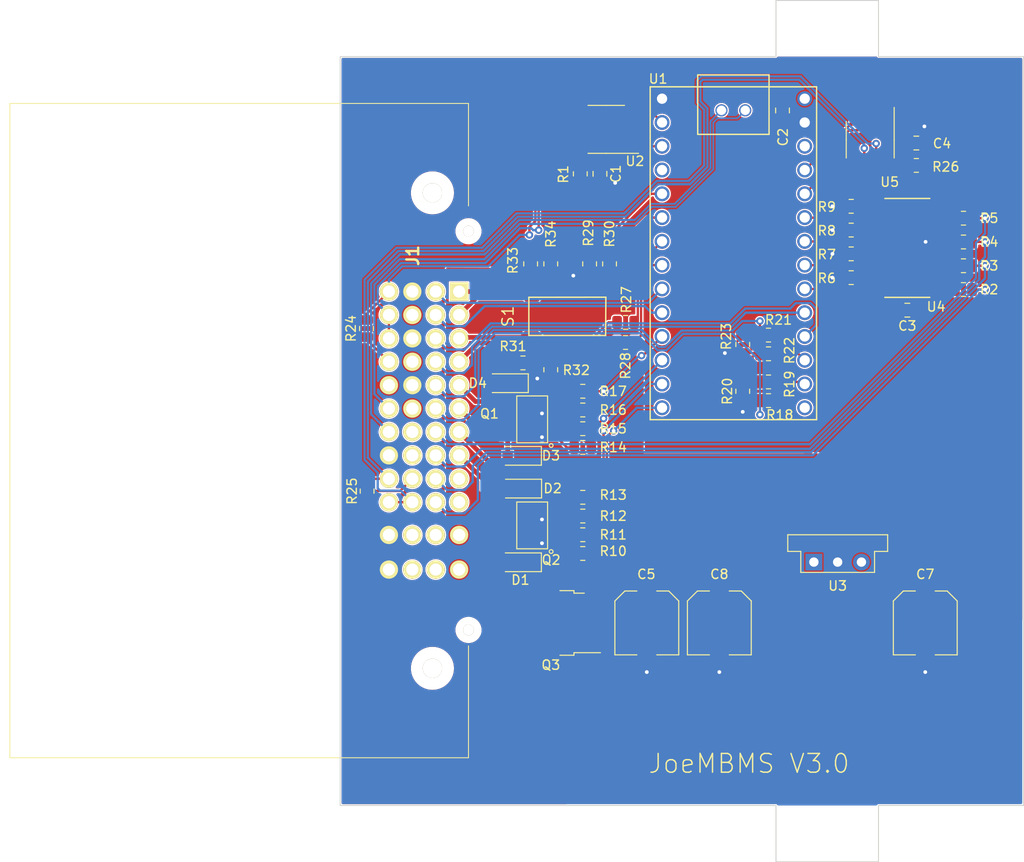
<source format=kicad_pcb>
(kicad_pcb (version 20211014) (generator pcbnew)
  (layers (0 "F.Cu" signal) (31 "B.Cu" signal) (34 "B.Paste" user) (35 "F.Paste" user) (36 "B.SilkS" user "B.Silkscreen") (37 "F.SilkS" user "F.Silkscreen") (38 "B.Mask" user) (39 "F.Mask" user) (44 "Edge.Cuts" user))
  (net 0 "")
  (net 1 "GND")
  (net 2 "+12V")
  (net 3 "Net-(R1-Pad2)")
  (net 4 "Net-(R2-Pad2)")
  (net 5 "Net-(R3-Pad2)")
  (net 6 "Net-(R4-Pad2)")
  (net 7 "Net-(R5-Pad2)")
  (net 8 "Teensy_IN2")
  (net 9 "Teensy_IN1")
  (net 10 "Teensy_IN3")
  (net 11 "Teensy_IN4")
  (net 12 "Teensy_OUT8")
  (net 13 "Teensy_OUT7")
  (net 14 "Teensy_OUT5")
  (net 15 "Teensy_OUT6")
  (net 16 "Teensy_ASEN2")
  (net 17 "Net-(R19-Pad1)")
  (net 18 "Teensy_ASEN1")
  (net 19 "Net-(R22-Pad1)")
  (net 20 "Teensy_OUT1")
  (net 21 "Teensy_OUT4")
  (net 22 "Teensy_OUT2")
  (net 23 "Teensy_OUT3")
  (net 36 "J1_12V")
  (net 37 "J1_IN4")
  (net 38 "J1_IN3")
  (net 39 "J1_IN2")
  (net 40 "J1_OUT8")
  (net 41 "J1_IN1")
  (net 42 "J1_OUT7")
  (net 43 "J1_OUT6")
  (net 44 "J1_OUT5")
  (net 45 "J1_ASEN2")
  (net 46 "J1_OUT4")
  (net 47 "J1_ASEN1")
  (net 48 "J1_OUT3")
  (net 49 "J1_OUT2")
  (net 50 "J1_OUT1")
  (net 51 "Net-(Q1-Pad4)")
  (net 52 "Net-(Q1-Pad2)")
  (net 53 "Net-(Q2-Pad4)")
  (net 54 "Net-(Q2-Pad2)")
  (net 57 "Teensy_D+")
  (net 58 "Teensy_D-")
  (net 59 "+5V")
  (net 60 "Teensy_Serial_BMS_RX")
  (net 61 "Teensy_Serial_BMS_TX")
  (net 62 "Teensy_CAN2_RX")
  (net 63 "Teensy_CAN2_TX")
  (net 65 "Teensy_CAN1_RX")
  (net 66 "Teensy_Serial_RX")
  (net 67 "Teensy_Serial_TX")
  (net 68 "Teensy_CAN1_TX")
  (net 70 "J1_CAN2_L")
  (net 71 "J1_CAN2_H")
  (net 72 "J1_CAN2_T2")
  (net 73 "J1_CAN1_T2")
  (net 74 "J1_CAN1_L")
  (net 75 "Net-(R26-Pad2)")
  (net 77 "J1_CAN1_H")
  (net 78 "Net-(R27-Pad2)")
  (net 79 "Net-(R28-Pad2)")
  (net 80 "Net-(R29-Pad1)")
  (net 81 "Net-(R30-Pad1)")
  (footprint "Capacitor_SMD:C_Elec_6.3x7.7" (layer "F.Cu") (at 132.75 110.5 -90)
    (fp_text reference "C5")
    (fp_text value "100uF")
  )
  (footprint "Resistor_SMD:R_0805_2012Metric" (layer "F.Cu") (at 154.5842 73.6113 180)
    (fp_text reference "R6")
    (fp_text value "10k")
  )
  (footprint "Resistor_SMD:R_0805_2012Metric" (layer "F.Cu") (at 145.75 86.75 180)
    (fp_text reference "R18")
    (fp_text value "10k")
  )
  (footprint "TLP2934:TLP293-4" (layer "F.Cu") (at 160.5842 70.4363 180)
    (fp_text reference "U4")
    (fp_text value "IS281-4 " hide)
  )
  (footprint "Converter_DCDC:Converter_DCDC_muRata_OKI-78SR_Vertical" (layer "F.Cu") (at 150.6 104)
    (fp_text reference "U3")
    (fp_text value "DCDC 5V")
  )
  (footprint "Resistor_SMD:R_0805_2012Metric" (layer "F.Cu") (at 154.5842 71.0713 180)
    (fp_text reference "R7")
    (fp_text value "10k")
  )
  (footprint "Package_TO_SOT_SMD:TO-252-2" (layer "F.Cu") (at 122.5 110.5 180)
    (fp_text reference "Q3")
    (fp_text value "P-Chanel Mosfet")
  )
  (footprint "Resistor_SMD:R_0805_2012Metric" (layer "F.Cu") (at 154.5842 65.9913 180)
    (fp_text reference "R9")
    (fp_text value "10k")
  )
  (footprint "Resistor_SMD:R_0805_2012Metric" (layer "F.Cu") (at 125.9125 103.08 180)
    (fp_text reference "R10")
    (fp_text value "10k")
  )
  (footprint "Resistor_SMD:R_0805_2012Metric" (layer "F.Cu") (at 166.5842 72.3413 180)
    (fp_text reference "R3")
    (fp_text value "4.7k")
  )
  (footprint "JoeMBMS:SO-8_IRF956" (layer "F.Cu") (at 120.5 100.08 180)
    (fp_text reference "Q2")
    (fp_text value "BSO615NG")
  )
  (footprint "Resistor_SMD:R_0805_2012Metric" (layer "F.Cu") (at 166.5842 74.8813 180)
    (fp_text reference "R2")
    (fp_text value "4.7k")
  )
  (footprint "Resistor_SMD:R_0805_2012Metric" (layer "F.Cu") (at 102.8 79.05 90)
    (fp_text reference "R24")
    (fp_text value "120")
  )
  (footprint "Capacitor_SMD:C_Elec_6.3x7.7" (layer "F.Cu") (at 140.5 110.5 -90)
    (fp_text reference "C8")
    (fp_text value "100uF")
  )
  (footprint "Capacitor_SMD:C_0805_2012Metric" (layer "F.Cu") (at 147.25 55.75 90)
    (fp_text reference "C2")
    (fp_text value "10uF")
  )
  (footprint "Resistor_SMD:R_0805_2012Metric" (layer "F.Cu") (at 166.5842 67.2613 180)
    (fp_text reference "R5")
    (fp_text value "4.7k")
  )
  (footprint "Capacitor_SMD:C_0805_2012Metric" (layer "F.Cu") (at 160.5842 77.0863 180)
    (fp_text reference "C3")
    (fp_text value "10uF")
  )
  (footprint "Resistor_SMD:R_0805_2012Metric" (layer "F.Cu") (at 125.9125 101.08 180)
    (fp_text reference "R11")
    (fp_text value "220")
  )
  (footprint "Resistor_SMD:R_0805_2012Metric" (layer "F.Cu") (at 125.9125 97.08 180)
    (fp_text reference "R13")
    (fp_text value "220")
  )
  (footprint "Resistor_SMD:R_0805_2012Metric" (layer "F.Cu") (at 154.5842 68.5313 180)
    (fp_text reference "R8")
    (fp_text value "10k")
  )
  (footprint "Resistor_SMD:R_0805_2012Metric" (layer "F.Cu") (at 143 85.75 90)
    (fp_text reference "R20")
    (fp_text value "10k")
  )
  (footprint "Resistor_SMD:R_0805_2012Metric" (layer "F.Cu") (at 125.9125 99.08 180)
    (fp_text reference "R12")
    (fp_text value "10k")
  )
  (footprint "Resistor_SMD:R_0805_2012Metric" (layer "F.Cu") (at 143 80.75 -90)
    (fp_text reference "R23")
    (fp_text value "10k")
  )
  (footprint "Resistor_SMD:R_0805_2012Metric" (layer "F.Cu") (at 125.645 62.52 90)
    (fp_text reference "R1")
    (fp_text value "10k")
  )
  (footprint "Capacitor_SMD:C_Elec_6.3x7.7" (layer "F.Cu") (at 162.5 110.5 -90)
    (fp_text reference "C7")
    (fp_text value "100uF")
  )
  (footprint "Molex_5007620481:5007620481" (layer "F.Cu") (at 112.7 75.1 -90)
    (fp_text reference "J1")
    (fp_text value "5007620481" hide)
  )
  (footprint "Resistor_SMD:R_0805_2012Metric" (layer "F.Cu") (at 166.5842 69.8013 180)
    (fp_text reference "R4")
    (fp_text value "4.7k")
  )
  (footprint "Resistor_SMD:R_0805_2012Metric" (layer "F.Cu") (at 145.75 79.75 180)
    (fp_text reference "R21")
    (fp_text value "10k")
  )
  (footprint "Resistor_SMD:R_0805_2012Metric" (layer "F.Cu") (at 145.75 81.75)
    (fp_text reference "R22")
    (fp_text value "10k")
  )
  (footprint "Resistor_SMD:R_0805_2012Metric" (layer "F.Cu") (at 125.9125 89.75 180)
    (fp_text reference "R15")
    (fp_text value "220")
  )
  (footprint "JoeMBMS:SO-8_IRF956" (layer "F.Cu") (at 120.5 88.75 180)
    (fp_text reference "Q1")
    (fp_text value "BSO615NG")
  )
  (footprint "Resistor_SMD:R_0805_2012Metric" (layer "F.Cu") (at 125.9125 91.75 180)
    (fp_text reference "R14")
    (fp_text value "10k")
  )
  (footprint "Resistor_SMD:R_0805_2012Metric" (layer "F.Cu") (at 125.9125 85.75 180)
    (fp_text reference "R17")
    (fp_text value "220")
  )
  (footprint "Resistor_SMD:R_0805_2012Metric" (layer "F.Cu") (at 125.9125 87.75 180)
    (fp_text reference "R16")
    (fp_text value "10k")
  )
  (footprint "KiCAD_Libs-master:PG-DSO-14-40_EP" (layer "F.Cu") (at 124.25 77.75)
    (fp_text reference "S1")
    (fp_text value "BTS5200-4")
  )
  (footprint "Capacitor_SMD:C_0805_2012Metric" (layer "F.Cu") (at 127.745 62.52 90)
    (fp_text reference "C1")
    (fp_text value "100nF")
  )
  (footprint "Resistor_SMD:R_0805_2012Metric" (layer "F.Cu") (at 145.75 84.75)
    (fp_text reference "R19")
    (fp_text value "10k")
  )
  (footprint "Resistor_SMD:R_0805_2012Metric" (layer "F.Cu") (at 102.87 96.4184 90)
    (fp_text reference "R25")
    (fp_text value "120")
  )
  (footprint "Package_SO:SOIC-8_3.9x4.9mm_P1.27mm" (layer "F.Cu") (at 156.6164 58.8772 -90)
    (fp_text reference "U5")
    (fp_text value "SN65HVD251")
  )
  (footprint "teensy:Teensy40_JoeMBMS" (layer "F.Cu") (at 142 71.005 -90)
    (fp_text reference "U1")
    (fp_text value "Teensy4.0" hide)
  )
  (footprint "Resistor_SMD:R_0805_2012Metric" (layer "F.Cu") (at 128.77 72.14 90)
    (fp_text reference "R30")
    (fp_text value "10k")
  )
  (footprint "Diode_SMD:D_SOD-123F" (layer "F.Cu") (at 119.2875 104.02 180)
    (fp_text reference "D1")
    (fp_text value "DIODE")
  )
  (footprint "Resistor_SMD:R_0805_2012Metric" (layer "F.Cu") (at 122.49 83.45 90)
    (fp_text reference "R32")
    (fp_text value "47k")
  )
  (footprint "Diode_SMD:D_SOD-123F" (layer "F.Cu") (at 119.2875 92.65 180)
    (fp_text reference "D3")
    (fp_text value "DIODE")
  )
  (footprint "Resistor_SMD:R_0805_2012Metric" (layer "F.Cu") (at 161.544 61.6204 180)
    (fp_text reference "R26")
    (fp_text value "10k")
  )
  (footprint "Capacitor_SMD:C_0805_2012Metric" (layer "F.Cu") (at 161.544 59.2328 180)
    (fp_text reference "C4")
    (fp_text value "100nF")
  )
  (footprint "Resistor_SMD:R_0805_2012Metric" (layer "F.Cu") (at 126.64 72.14 90)
    (fp_text reference "R29")
    (fp_text value "10k")
  )
  (footprint "Package_SO:SOIC-8_3.9x4.9mm_P1.27mm" (layer "F.Cu") (at 128.42 57.77 180)
    (fp_text reference "U2")
    (fp_text value "SN65HVD251")
  )
  (footprint "Resistor_SMD:R_0805_2012Metric" (layer "F.Cu") (at 119.52 82.72)
    (fp_text reference "R31")
    (fp_text value "47k")
  )
  (footprint "Resistor_SMD:R_0805_2012Metric" (layer "F.Cu") (at 120.34 72.14 90)
    (fp_text reference "R33")
    (fp_text value "47k")
  )
  (footprint "Diode_SMD:D_SOD-123F" (layer "F.Cu") (at 117.89 84.89 180)
    (fp_text reference "D4")
    (fp_text value "DIODE")
  )
  (footprint "Resistor_SMD:R_0805_2012Metric" (layer "F.Cu") (at 122.49 72.14 90)
    (fp_text reference "R34")
    (fp_text value "47k")
  )
  (footprint "Diode_SMD:D_SOD-123F" (layer "F.Cu") (at 119.3075 96.15 180)
    (fp_text reference "D2")
    (fp_text value "DIODE")
  )
  (footprint "Resistor_SMD:R_0805_2012Metric" (layer "F.Cu") (at 130.48 80.54 180)
    (fp_text reference "R28")
    (fp_text value "10k")
  )
  (footprint "Resistor_SMD:R_0805_2012Metric" (layer "F.Cu") (at 130.49 78.39 180)
    (fp_text reference "R27")
    (fp_text value "10k")
  )
  (gr_line (start 173 50) (end 173 130) (layer "Edge.Cuts") (width 0.1))
  (gr_line (start 173 130) (end 157.5 130) (layer "Edge.Cuts") (width 0.1))
  (gr_line (start 146.55 50) (end 146.55 44) (layer "Edge.Cuts") (width 0.1))
  (gr_line (start 146.55 44) (end 157.5 44) (layer "Edge.Cuts") (width 0.1))
  (gr_line (start 157.5 44) (end 157.5 50) (layer "Edge.Cuts") (width 0.1))
  (gr_line (start 157.5 50) (end 173 50) (layer "Edge.Cuts") (width 0.1))
  (gr_line (start 146.55 50) (end 146.55 50) (layer "Edge.Cuts") (width 0.1))
  (gr_line (start 146.55 130) (end 100 130) (layer "Edge.Cuts") (width 0.1))
  (gr_line (start 157.5 136) (end 146.55 136) (layer "Edge.Cuts") (width 0.1))
  (gr_line (start 157.5 136) (end 157.5 130) (layer "Edge.Cuts") (width 0.1))
  (gr_line (start 146.55 136) (end 146.55 130) (layer "Edge.Cuts") (width 0.1))
  (gr_line (start 100 130) (end 100 50) (layer "Edge.Cuts") (width 0.1))
  (gr_line (start 100 50) (end 146.55 50) (layer "Edge.Cuts") (width 0.1))
  (gr_text "JoeMBMS V3.0" (at 143.675 125.525) (layer "F.SilkS") (effects (font (size 2 2))))
  (segment (start 125.52 74.02) (end 124.9 73.4) (width 0.25) (layer "F.Cu") (net 1))
  (segment (start 124.25 74.905) (end 124.25 74.05) (width 0.25) (layer "F.Cu") (net 1))
  (segment (start 162.7692 71.0713) (end 162.7692 70.0213) (width 0.25) (layer "F.Cu") (net 1))
  (segment (start 125 91.75) (end 124.205 91.75) (width 0.25) (layer "F.Cu") (net 1))
  (segment (start 163.734199 65.9913) (end 163.595897 65.9913) (width 0.25) (layer "F.Cu") (net 1))
  (segment (start 129.37 63.49) (end 129.37 58.86) (width 0.25) (layer "F.Cu") (net 1))
  (segment (start 123.11 90.655) (end 121.55 90.655) (width 0.5) (layer "F.Cu") (net 1))
  (segment (start 129.825 58.405) (end 130.895 58.405) (width 0.25) (layer "F.Cu") (net 1))
  (segment (start 162.4209 57.4681) (end 162.4076 57.4548) (width 0.25) (layer "F.Cu") (net 1))
  (segment (start 162.912298 68.506301) (end 162.887299 68.5313) (width 0.25) (layer "F.Cu") (net 1))
  (segment (start 141.1675 81.67) (end 143 79.8375) (width 0.25) (layer "F.Cu") (net 1))
  (segment (start 121.05 84.39) (end 120.52 84.39) (width 0.25) (layer "F.Cu") (net 1))
  (segment (start 163.734199 68.5313) (end 162.887299 68.5313) (width 0.25) (layer "F.Cu") (net 1))
  (segment (start 163.734199 73.6113) (end 163.595897 73.6113) (width 0.25) (layer "F.Cu") (net 1))
  (segment (start 163.734199 71.0713) (end 162.7692 71.0713) (width 0.25) (layer "F.Cu") (net 1))
  (segment (start 162.887299 69.433201) (end 162.5342 69.7863) (width 0.25) (layer "F.Cu") (net 1))
  (segment (start 163.595897 73.6113) (end 162.7692 72.784603) (width 0.25) (layer "F.Cu") (net 1))
  (segment (start 149.62 57.03) (end 147.58 57.03) (width 0.25) (layer "F.Cu") (net 1))
  (segment (start 122.7275 71.2275) (end 124.9 73.4) (width 0.25) (layer "F.Cu") (net 1))
  (segment (start 124.635 88.115) (end 125 87.75) (width 0.25) (layer "F.Cu") (net 1))
  (segment (start 147.58 57.03) (end 147.25 56.7) (width 0.25) (layer "F.Cu") (net 1))
  (segment (start 152.5842 73.6113) (end 153.6717 73.6113) (width 0.25) (layer "F.Cu") (net 1))
  (segment (start 162.7692 70.0213) (end 162.5342 69.7863) (width 0.25) (layer "F.Cu") (net 1))
  (segment (start 157.2514 55.3974) (end 157.2514 56.4022) (width 0.25) (layer "F.Cu") (net 1))
  (segment (start 122.49 71.2275) (end 122.7275 71.2275) (width 0.25) (layer "F.Cu") (net 1))
  (segment (start 157.4466 55.2022) (end 157.2514 55.3974) (width 0.25) (layer "F.Cu") (net 1))
  (segment (start 162.912298 66.674899) (end 162.912298 67.847701) (width 0.25) (layer "F.Cu") (net 1))
  (segment (start 127.745 63.47) (end 129.35 63.47) (width 0.25) (layer "F.Cu") (net 1))
  (segment (start 123.905 101.985) (end 125 103.08) (width 0.25) (layer "F.Cu") (net 1))
  (segment (start 125.52 74.905) (end 125.52 74.02) (width 0.25) (layer "F.Cu") (net 1))
  (segment (start 152.5842 71.0713) (end 153.6717 71.0713) (width 0.25) (layer "F.Cu") (net 1))
  (segment (start 160.155 55.2022) (end 157.4466 55.2022) (width 0.25) (layer "F.Cu") (net 1))
  (segment (start 124.25 74.05) (end 124.9 73.4) (width 0.25) (layer "F.Cu") (net 1))
  (segment (start 162.912298 67.847701) (end 162.912298 68.506301) (width 0.25) (layer "F.Cu") (net 1))
  (segment (start 143 87.95) (end 143 86.6625) (width 0.25) (layer "F.Cu") (net 1))
  (segment (start 123.11 101.985) (end 121.55 101.985) (width 0.5) (layer "F.Cu") (net 1))
  (segment (start 123.11 88.115) (end 121.55 88.115) (width 0.5) (layer "F.Cu") (net 1))
  (segment (start 141.09 81.67) (end 141.1675 81.67) (width 0.25) (layer "F.Cu") (net 1))
  (segment (start 124.635 99.445) (end 125 99.08) (width 0.25) (layer "F.Cu") (net 1))
  (segment (start 120.34 71.2275) (end 122.49 71.2275) (width 0.25) (layer "F.Cu") (net 1))
  (segment (start 163.595897 65.9913) (end 162.912298 66.674899) (width 0.25) (layer "F.Cu") (net 1))
  (segment (start 162.4076 57.4548) (end 160.155 55.2022) (width 0.25) (layer "F.Cu") (net 1))
  (segment (start 152.5842 68.5313) (end 153.6717 68.5313) (width 0.25) (layer "F.Cu") (net 1))
  (segment (start 121.05 84.39) (end 122.4625 84.39) (width 0.25) (layer "F.Cu") (net 1))
  (segment (start 123.11 101.985) (end 123.905 101.985) (width 0.25) (layer "F.Cu") (net 1))
  (segment (start 162.4584 61.60165) (end 162.4584 59.30235) (width 0.25) (layer "F.Cu") (net 1))
  (segment (start 162.7692 72.784603) (end 162.7692 71.0713) (width 0.25) (layer "F.Cu") (net 1))
  (segment (start 122.4625 84.39) (end 122.49 84.3625) (width 0.25) (layer "F.Cu") (net 1))
  (segment (start 123.11 99.445) (end 121.55 99.445) (width 0.5) (layer "F.Cu") (net 1))
  (segment (start 120.52 84.39) (end 118.85 82.72) (width 0.25) (layer "F.Cu") (net 1))
  (segment (start 161.5342 75.672997) (end 161.5342 77.0863) (width 0.25) (layer "F.Cu") (net 1))
  (segment (start 123.11 88.115) (end 124.635 88.115) (width 0.25) (layer "F.Cu") (net 1))
  (segment (start 123.11 99.445) (end 124.635 99.445) (width 0.25) (layer "F.Cu") (net 1))
  (segment (start 162.4209 59.26485) (end 162.4209 57.4681) (width 0.25) (layer "F.Cu") (net 1))
  (segment (start 127.7075 63.4325) (end 127.745 63.47) (width 0.25) (layer "F.Cu") (net 1))
  (segment (start 129.35 63.47) (end 129.37 63.49) (width 0.25) (layer "F.Cu") (net 1))
  (segment (start 162.4584 59.30235) (end 162.4209 59.26485) (width 0.25) (layer "F.Cu") (net 1))
  (segment (start 125.645 63.4325) (end 127.7075 63.4325) (width 0.25) (layer "F.Cu") (net 1))
  (segment (start 129.37 58.86) (end 129.825 58.405) (width 0.25) (layer "F.Cu") (net 1))
  (segment (start 152.5842 65.9913) (end 153.6717 65.9913) (width 0.25) (layer "F.Cu") (net 1))
  (segment (start 124.205 91.75) (end 123.11 90.655) (width 0.25) (layer "F.Cu") (net 1))
  (segment (start 162.887299 68.5313) (end 162.887299 69.433201) (width 0.25) (layer "F.Cu") (net 1))
  (segment (start 163.595897 73.6113) (end 161.5342 75.672997) (width 0.25) (layer "F.Cu") (net 1))
  (segment (start 118.85 82.72) (end 118.6075 82.72) (width 0.25) (layer "F.Cu") (net 1))
  (via (at 162.5 115.75) (size 0.8) (drill 0.4) (layers "F.Cu" "B.Cu") (net 1))
  (via (at 143 87.95) (size 0.8) (drill 0.4) (layers "F.Cu" "B.Cu") (net 1))
  (via (at 121.55 88.115) (size 0.8) (drill 0.4) (layers "F.Cu" "B.Cu") (net 1))
  (via (at 132.75 115.75) (size 0.8) (drill 0.4) (layers "F.Cu" "B.Cu") (net 1))
  (via (at 129.37 63.49) (size 0.8) (drill 0.4) (layers "F.Cu" "B.Cu") (net 1))
  (via (at 141.09 81.67) (size 0.8) (drill 0.4) (layers "F.Cu" "B.Cu") (net 1))
  (via (at 152.5842 71.0713) (size 0.8) (drill 0.4) (layers "F.Cu" "B.Cu") (net 1))
  (via (at 152.5842 73.6113) (size 0.8) (drill 0.4) (layers "F.Cu" "B.Cu") (net 1))
  (via (at 140.5 115.75) (size 0.8) (drill 0.4) (layers "F.Cu" "B.Cu") (net 1))
  (via (at 152.5842 65.9913) (size 0.8) (drill 0.4) (layers "F.Cu" "B.Cu") (net 1))
  (via (at 121.05 84.39) (size 0.8) (drill 0.4) (layers "F.Cu" "B.Cu") (net 1))
  (via (at 121.55 90.655) (size 0.8) (drill 0.4) (layers "F.Cu" "B.Cu") (net 1))
  (via (at 162.5342 69.7863) (size 0.8) (drill 0.4) (layers "F.Cu" "B.Cu") (net 1))
  (via (at 162.4076 57.4548) (size 0.8) (drill 0.4) (layers "F.Cu" "B.Cu") (net 1))
  (via (at 124.9 73.4) (size 0.8) (drill 0.4) (layers "F.Cu" "B.Cu") (net 1))
  (via (at 152.5842 68.5313) (size 0.8) (drill 0.4) (layers "F.Cu" "B.Cu") (net 1))
  (via (at 121.55 99.445) (size 0.8) (drill 0.4) (layers "F.Cu" "B.Cu") (net 1))
  (via (at 121.55 101.985) (size 0.8) (drill 0.4) (layers "F.Cu" "B.Cu") (net 1))
  (segment (start 125.645 61.6075) (end 125.645 59.975) (width 0.25) (layer "F.Cu") (net 3))
  (segment (start 125.645 59.975) (end 125.945 59.675) (width 0.25) (layer "F.Cu") (net 3))
  (segment (start 163.734199 74.8813) (end 165.6717 74.8813) (width 0.25) (layer "F.Cu") (net 4))
  (segment (start 163.734199 72.3413) (end 165.6717 72.3413) (width 0.25) (layer "F.Cu") (net 5))
  (segment (start 163.734199 69.8013) (end 165.6717 69.8013) (width 0.25) (layer "F.Cu") (net 6))
  (segment (start 163.734199 67.2613) (end 165.6717 67.2613) (width 0.25) (layer "F.Cu") (net 7))
  (segment (start 154.2817 74.8263) (end 155.4967 73.6113) (width 0.25) (layer "F.Cu") (net 8))
  (segment (start 149.7042 74.8263) (end 154.2817 74.8263) (width 0.25) (layer "F.Cu") (net 8))
  (segment (start 155.4967 73.6113) (end 157.434201 73.6113) (width 0.25) (layer "F.Cu") (net 8))
  (segment (start 155.4967 71.0713) (end 157.434201 71.0713) (width 0.25) (layer "F.Cu") (net 9))
  (segment (start 154.2817 72.2863) (end 155.4967 71.0713) (width 0.25) (layer "F.Cu") (net 9))
  (segment (start 149.7042 72.2863) (end 154.2817 72.2863) (width 0.25) (layer "F.Cu") (net 9))
  (segment (start 154.2817 69.7463) (end 155.4967 68.5313) (width 0.25) (layer "F.Cu") (net 10))
  (segment (start 149.7042 69.7463) (end 154.2817 69.7463) (width 0.25) (layer "F.Cu") (net 10))
  (segment (start 155.4967 68.5313) (end 157.434201 68.5313) (width 0.25) (layer "F.Cu") (net 10))
  (segment (start 149.7042 67.2063) (end 154.2817 67.2063) (width 0.25) (layer "F.Cu") (net 11))
  (segment (start 155.4967 65.9913) (end 157.434201 65.9913) (width 0.25) (layer "F.Cu") (net 11))
  (segment (start 154.2817 67.2063) (end 155.4967 65.9913) (width 0.25) (layer "F.Cu") (net 11))
  (segment (start 132.335 81.94) (end 134.38 79.895) (width 0.25) (layer "F.Cu") (net 12))
  (segment (start 132.19 81.94) (end 132.335 81.94) (width 0.25) (layer "F.Cu") (net 12))
  (segment (start 126.825 85.75) (end 128.13 85.75) (width 0.25) (layer "F.Cu") (net 12))
  (via (at 132.19 81.94) (size 0.8) (drill 0.4) (layers "F.Cu" "B.Cu") (net 12))
  (via (at 128.13 85.75) (size 0.8) (drill 0.4) (layers "F.Cu" "B.Cu") (net 12))
  (segment (start 131.94 81.94) (end 128.13 85.75) (width 0.25) (layer "B.Cu") (net 12))
  (segment (start 132.19 81.94) (end 131.94 81.94) (width 0.25) (layer "B.Cu") (net 12))
  (segment (start 126.825 89.75) (end 127.04 89.75) (width 0.25) (layer "F.Cu") (net 13))
  (segment (start 127.04 89.75) (end 128.13 88.66) (width 0.25) (layer "F.Cu") (net 13))
  (via (at 128.13 88.66) (size 0.8) (drill 0.4) (layers "F.Cu" "B.Cu") (net 13))
  (segment (start 134.38 82.435) (end 128.155 88.66) (width 0.25) (layer "B.Cu") (net 13))
  (segment (start 128.155 88.66) (end 128.13 88.66) (width 0.25) (layer "B.Cu") (net 13))
  (segment (start 128.13 95.17) (end 126.825 96.475) (width 0.25) (layer "F.Cu") (net 14))
  (segment (start 128.13 89.98) (end 128.13 95.17) (width 0.25) (layer "F.Cu") (net 14))
  (segment (start 126.825 96.475) (end 126.825 97.08) (width 0.25) (layer "F.Cu") (net 14))
  (via (at 128.13 89.98) (size 0.8) (drill 0.4) (layers "F.Cu" "B.Cu") (net 14))
  (segment (start 133.135 84.975) (end 128.13 89.98) (width 0.25) (layer "B.Cu") (net 14))
  (segment (start 134.38 84.975) (end 133.135 84.975) (width 0.25) (layer "B.Cu") (net 14))
  (segment (start 129.21 89.98) (end 129.12 89.98) (width 0.25) (layer "F.Cu") (net 15))
  (segment (start 128.48 90.62) (end 128.48 95.314974) (width 0.25) (layer "F.Cu") (net 15))
  (segment (start 128.48 95.314974) (end 127.6096 96.185375) (width 0.25) (layer "F.Cu") (net 15))
  (segment (start 127.6096 100.3112) (end 126.8408 101.08) (width 0.25) (layer "F.Cu") (net 15))
  (segment (start 126.8408 101.08) (end 126.825 101.08) (width 0.25) (layer "F.Cu") (net 15))
  (segment (start 129.12 89.98) (end 128.48 90.62) (width 0.25) (layer "F.Cu") (net 15))
  (segment (start 127.6096 96.185375) (end 127.6096 100.3112) (width 0.25) (layer "F.Cu") (net 15))
  (via (at 129.21 89.98) (size 0.8) (drill 0.4) (layers "F.Cu" "B.Cu") (net 15))
  (segment (start 134.38 87.515) (end 131.675 87.515) (width 0.25) (layer "B.Cu") (net 15))
  (segment (start 131.675 87.515) (end 129.21 89.98) (width 0.25) (layer "B.Cu") (net 15))
  (segment (start 149.4 84.75) (end 149.62 84.97) (width 0.25) (layer "F.Cu") (net 16))
  (segment (start 146.6625 86.75) (end 146.6625 84.75) (width 0.25) (layer "F.Cu") (net 16))
  (segment (start 146.6625 84.75) (end 149.4 84.75) (width 0.25) (layer "F.Cu") (net 16))
  (segment (start 144.8375 84.75) (end 143.0875 84.75) (width 0.25) (layer "F.Cu") (net 17))
  (segment (start 143.0875 84.75) (end 143 84.8375) (width 0.25) (layer "F.Cu") (net 17))
  (segment (start 146.6625 81.75) (end 148.94 81.75) (width 0.25) (layer "F.Cu") (net 18))
  (segment (start 148.94 81.75) (end 149.62 82.43) (width 0.25) (layer "F.Cu") (net 18))
  (segment (start 146.6625 79.75) (end 146.6625 81.75) (width 0.25) (layer "F.Cu") (net 18))
  (segment (start 144.75 81.6625) (end 144.8375 81.75) (width 0.25) (layer "F.Cu") (net 19))
  (segment (start 143 81.6625) (end 144.75 81.6625) (width 0.25) (layer "F.Cu") (net 19))
  (segment (start 133.225 72.275) (end 134.38 72.275) (width 0.25) (layer "F.Cu") (net 20))
  (segment (start 131.3925 80.54) (end 132.14 79.7925) (width 0.25) (layer "F.Cu") (net 20))
  (segment (start 132.14 73.36) (end 133.225 72.275) (width 0.25) (layer "F.Cu") (net 20))
  (segment (start 132.14 79.7925) (end 132.14 73.36) (width 0.25) (layer "F.Cu") (net 20))
  (segment (start 133.2125 64.655) (end 134.38 64.655) (width 0.25) (layer "F.Cu") (net 21))
  (segment (start 126.64 71.2275) (end 133.2125 64.655) (width 0.25) (layer "F.Cu") (net 21))
  (segment (start 131.79 78.0025) (end 131.79 72.325) (width 0.25) (layer "F.Cu") (net 22))
  (segment (start 131.4025 78.39) (end 131.79 78.0025) (width 0.25) (layer "F.Cu") (net 22))
  (segment (start 131.79 72.325) (end 134.38 69.735) (width 0.25) (layer "F.Cu") (net 22))
  (segment (start 128.77 71.2275) (end 132.8025 67.195) (width 0.25) (layer "F.Cu") (net 23))
  (segment (start 132.8025 67.195) (end 134.38 67.195) (width 0.25) (layer "F.Cu") (net 23))
  (segment (start 167.4967 67.2613) (end 168.8842 67.2613) (width 0.25) (layer "F.Cu") (net 37))
  (via (at 168.8842 67.2613) (size 0.8) (drill 0.4) (layers "F.Cu" "B.Cu") (net 37))
  (segment (start 168.8842 68.9106) (end 167.9092 69.8856) (width 0.25) (layer "B.Cu") (net 37))
  (segment (start 150.180053 91.399999) (end 111.499999 91.399999) (width 0.25) (layer "B.Cu") (net 37))
  (segment (start 167.9092 73.670852) (end 150.180053 91.399999) (width 0.25) (layer "B.Cu") (net 37))
  (segment (start 167.9092 69.8856) (end 167.9092 73.670852) (width 0.25) (layer "B.Cu") (net 37))
  (segment (start 168.8842 67.2613) (end 168.8842 68.9106) (width 0.25) (layer "B.Cu") (net 37))
  (segment (start 111.499999 91.399999) (end 110.2 90.1) (width 0.25) (layer "B.Cu") (net 37))
  (segment (start 167.4967 69.8013) (end 168.8842 69.8013) (width 0.25) (layer "F.Cu") (net 38))
  (via (at 168.8842 69.8013) (size 0.8) (drill 0.4) (layers "F.Cu" "B.Cu") (net 38))
  (segment (start 168.8842 69.8013) (end 168.8842 71.3998) (width 0.25) (layer "B.Cu") (net 38))
  (segment (start 168.2592 73.815826) (end 150.175026 91.9) (width 0.25) (layer "B.Cu") (net 38))
  (segment (start 168.8842 71.3998) (end 168.2592 72.0248) (width 0.25) (layer "B.Cu") (net 38))
  (segment (start 115.1 91.9) (end 113.199999 93.800001) (width 0.25) (layer "B.Cu") (net 38))
  (segment (start 111.400001 93.800001) (end 110.2 92.6) (width 0.25) (layer "B.Cu") (net 38))
  (segment (start 150.175026 91.9) (end 115.1 91.9) (width 0.25) (layer "B.Cu") (net 38))
  (segment (start 168.2592 72.0248) (end 168.2592 73.815826) (width 0.25) (layer "B.Cu") (net 38))
  (segment (start 113.199999 93.800001) (end 111.400001 93.800001) (width 0.25) (layer "B.Cu") (net 38))
  (segment (start 167.4967 74.8813) (end 168.8842 74.8813) (width 0.25) (layer "F.Cu") (net 39))
  (via (at 168.8842 74.8813) (size 0.8) (drill 0.4) (layers "F.Cu" "B.Cu") (net 39))
  (segment (start 115.794968 92.60002) (end 150.49998 92.60002) (width 0.25) (layer "B.Cu") (net 39))
  (segment (start 114.7 93.694988) (end 115.794968 92.60002) (width 0.25) (layer "B.Cu") (net 39))
  (segment (start 110.2 97.6) (end 111.400001 98.800001) (width 0.25) (layer "B.Cu") (net 39))
  (segment (start 113.276001 98.800001) (end 114.7 97.376002) (width 0.25) (layer "B.Cu") (net 39))
  (segment (start 168.8842 74.8813) (end 168.2187 74.8813) (width 0.25) (layer "B.Cu") (net 39))
  (segment (start 168.2187 74.8813) (end 150.49998 92.60002) (width 0.25) (layer "B.Cu") (net 39))
  (segment (start 111.400001 98.800001) (end 113.276001 98.800001) (width 0.25) (layer "B.Cu") (net 39))
  (segment (start 114.7 97.376002) (end 114.7 93.694988) (width 0.25) (layer "B.Cu") (net 39))
  (segment (start 116.49 86.8) (end 116.535 86.845) (width 0.25) (layer "F.Cu") (net 40))
  (segment (start 116.49 84.89) (end 116.49 86.8) (width 0.5) (layer "F.Cu") (net 40))
  (segment (start 114.445 86.845) (end 112.7 85.1) (width 0.5) (layer "F.Cu") (net 40))
  (segment (start 114.445 86.845) (end 116.535 86.845) (width 0.5) (layer "F.Cu") (net 40))
  (segment (start 117.89 86.845) (end 117.89 88.115) (width 0.5) (layer "F.Cu") (net 40))
  (segment (start 116.535 86.845) (end 117.89 86.845) (width 0.5) (layer "F.Cu") (net 40))
  (segment (start 167.4967 72.3413) (end 168.8842 72.3413) (width 0.25) (layer "F.Cu") (net 41))
  (via (at 168.8842 72.3413) (size 0.8) (drill 0.4) (layers "F.Cu" "B.Cu") (net 41))
  (segment (start 149.65401 92.25001) (end 150.34999 92.25001) (width 0.25) (layer "B.Cu") (net 41))
  (segment (start 150.31999 92.25001) (end 149.65401 92.25001) (width 0.25) (layer "B.Cu") (net 41))
  (segment (start 114.15 95.426002) (end 114.15 93.75) (width 0.25) (layer "B.Cu") (net 41))
  (segment (start 114.15 93.75) (end 115.64999 92.25001) (width 0.25) (layer "B.Cu") (net 41))
  (segment (start 168.8842 72.3413) (end 168.8842 73.6858) (width 0.25) (layer "B.Cu") (net 41))
  (segment (start 168.8842 73.6858) (end 150.31999 92.25001) (width 0.25) (layer "B.Cu") (net 41))
  (segment (start 115.64999 92.25001) (end 149.65401 92.25001) (width 0.25) (layer "B.Cu") (net 41))
  (segment (start 110.2 95.1) (end 111.400001 96.300001) (width 0.25) (layer "B.Cu") (net 41))
  (segment (start 111.400001 96.300001) (end 113.276001 96.300001) (width 0.25) (layer "B.Cu") (net 41))
  (segment (start 113.276001 96.300001) (end 114.15 95.426002) (width 0.25) (layer "B.Cu") (net 41))
  (segment (start 117.89 89.385) (end 114.485 89.385) (width 0.5) (layer "F.Cu") (net 42))
  (segment (start 117.8875 92.65) (end 117.8875 90.6575) (width 0.5) (layer "F.Cu") (net 42))
  (segment (start 117.89 90.655) (end 117.89 89.385) (width 0.5) (layer "F.Cu") (net 42))
  (segment (start 114.485 89.385) (end 112.7 87.6) (width 0.5) (layer "F.Cu") (net 42))
  (segment (start 117.8875 90.6575) (end 117.89 90.655) (width 0.25) (layer "F.Cu") (net 42))
  (segment (start 116.635 100.715) (end 116.25 100.33) (width 0.5) (layer "F.Cu") (net 43))
  (segment (start 116.25 97.25) (end 116.25 100.33) (width 0.5) (layer "F.Cu") (net 43))
  (segment (start 117.8875 101.9875) (end 117.89 101.985) (width 0.25) (layer "F.Cu") (net 43))
  (segment (start 115.25 96.25) (end 116.25 97.25) (width 0.5) (layer "F.Cu") (net 43))
  (segment (start 117.8875 104.02) (end 117.8875 101.9875) (width 0.5) (layer "F.Cu") (net 43))
  (segment (start 117.89 100.715) (end 116.635 100.715) (width 0.5) (layer "F.Cu") (net 43))
  (segment (start 117.89 101.985) (end 117.89 100.715) (width 0.5) (layer "F.Cu") (net 43))
  (segment (start 115.25 95.15) (end 115.25 96.25) (width 0.5) (layer "F.Cu") (net 43))
  (segment (start 112.7 92.6) (end 115.25 95.15) (width 0.5) (layer "F.Cu") (net 43))
  (segment (start 117.89 95.29) (end 117.89 98.175) (width 0.5) (layer "F.Cu") (net 44))
  (segment (start 117.89 99.445) (end 117.89 98.175) (width 0.5) (layer "F.Cu") (net 44))
  (segment (start 117.37 94.77) (end 117.89 95.29) (width 0.5) (layer "F.Cu") (net 44))
  (segment (start 117.705 95.105) (end 117.89 95.29) (width 0.25) (layer "F.Cu") (net 44))
  (segment (start 117.37 94.77) (end 112.71 90.11) (width 0.5) (layer "F.Cu") (net 44))
  (segment (start 117.705 95.105) (end 117.37 94.77) (width 0.5) (layer "F.Cu") (net 44))
  (segment (start 144.8375 86.75) (end 144.8375 88.25) (width 0.25) (layer "F.Cu") (net 45))
  (via (at 144.8375 88.25) (size 0.8) (drill 0.4) (layers "F.Cu" "B.Cu") (net 45))
  (segment (start 116.510928 79.55001) (end 132.075036 79.55001) (width 0.25) (layer "B.Cu") (net 45))
  (segment (start 114.775 81.285938) (end 116.510928 79.55001) (width 0.25) (layer "B.Cu") (net 45))
  (segment (start 136.599543 79.62) (end 141.94 79.62) (width 0.25) (layer "B.Cu") (net 45))
  (segment (start 141.94 79.62) (end 144.8375 82.5175) (width 0.25) (layer "B.Cu") (net 45))
  (segment (start 114.775 87.222057) (end 114.775 81.285938) (width 0.25) (layer "B.Cu") (net 45))
  (segment (start 133.899595 81.374569) (end 134.844974 81.374569) (width 0.25) (layer "B.Cu") (net 45))
  (segment (start 110.2 87.6) (end 111.45 88.85) (width 0.25) (layer "B.Cu") (net 45))
  (segment (start 144.8375 82.5175) (end 144.8375 88.25) (width 0.25) (layer "B.Cu") (net 45))
  (segment (start 132.075036 79.55001) (end 133.899595 81.374569) (width 0.25) (layer "B.Cu") (net 45))
  (segment (start 134.844974 81.374569) (end 136.599543 79.62) (width 0.25) (layer "B.Cu") (net 45))
  (segment (start 111.45 88.85) (end 113.147057 88.85) (width 0.25) (layer "B.Cu") (net 45))
  (segment (start 113.147057 88.85) (end 114.775 87.222057) (width 0.25) (layer "B.Cu") (net 45))
  (segment (start 119.910001 75.910001) (end 119.70001 75.70001) (width 0.5) (layer "F.Cu") (net 46))
  (segment (start 119.70001 75.70001) (end 114.59999 75.70001) (width 0.5) (layer "F.Cu") (net 46))
  (segment (start 121.71 75.245002) (end 121.045001 75.910001) (width 0.5) (layer "F.Cu") (net 46))
  (segment (start 121.71 74.905) (end 121.71 75.245002) (width 0.5) (layer "F.Cu") (net 46))
  (segment (start 121.71 73.8325) (end 121.71 74.905) (width 0.25) (layer "F.Cu") (net 46))
  (segment (start 122.49 73.0525) (end 121.71 73.8325) (width 0.25) (layer "F.Cu") (net 46))
  (segment (start 121.045001 75.910001) (end 119.910001 75.910001) (width 0.5) (layer "F.Cu") (net 46))
  (segment (start 114.59999 75.70001) (end 112.7 77.6) (width 0.5) (layer "F.Cu") (net 46))
  (segment (start 144.8375 79.75) (end 144.8375 78.25) (width 0.25) (layer "F.Cu") (net 47))
  (via (at 144.8375 78.25) (size 0.8) (drill 0.4) (layers "F.Cu" "B.Cu") (net 47))
  (segment (start 134.7 81.024569) (end 134.044569 81.024569) (width 0.25) (layer "B.Cu") (net 47))
  (segment (start 114.425 85.072057) (end 113.197057 86.3) (width 0.25) (layer "B.Cu") (net 47))
  (segment (start 142.94 78.25) (end 141.92 79.27) (width 0.25) (layer "B.Cu") (net 47))
  (segment (start 111.4 86.3) (end 110.2 85.1) (width 0.25) (layer "B.Cu") (net 47))
  (segment (start 114.425 81.140964) (end 114.425 85.072057) (width 0.25) (layer "B.Cu") (net 47))
  (segment (start 134.044569 81.024569) (end 132.22001 79.20001) (width 0.25) (layer "B.Cu") (net 47))
  (segment (start 136.454569 79.27) (end 134.7 81.024569) (width 0.25) (layer "B.Cu") (net 47))
  (segment (start 144.8375 78.25) (end 142.94 78.25) (width 0.25) (layer "B.Cu") (net 47))
  (segment (start 113.197057 86.3) (end 111.4 86.3) (width 0.25) (layer "B.Cu") (net 47))
  (segment (start 141.92 79.27) (end 136.454569 79.27) (width 0.25) (layer "B.Cu") (net 47))
  (segment (start 132.22001 79.20001) (end 116.365954 79.20001) (width 0.25) (layer "B.Cu") (net 47))
  (segment (start 116.365954 79.20001) (end 114.425 81.140964) (width 0.25) (layer "B.Cu") (net 47))
  (segment (start 120.245 75.1) (end 120.44 74.905) (width 0.25) (layer "F.Cu") (net 48))
  (segment (start 112.7 75.1) (end 120.245 75.1) (width 0.5) (layer "F.Cu") (net 48))
  (segment (start 120.44 74.905) (end 120.44 73.1525) (width 0.25) (layer "F.Cu") (net 48))
  (segment (start 120.44 73.1525) (end 120.34 73.0525) (width 0.25) (layer "F.Cu") (net 48))
  (segment (start 121.71 80.595) (end 121.71 80.254998) (width 0.5) (layer "F.Cu") (net 49))
  (segment (start 119.810001 79.589999) (end 119.40501 79.99499) (width 0.5) (layer "F.Cu") (net 49))
  (segment (start 112.80501 79.99499) (end 112.7 80.1) (width 0.5) (layer "F.Cu") (net 49))
  (segment (start 121.71 81.7575) (end 121.71 80.595) (width 0.25) (layer "F.Cu") (net 49))
  (segment (start 119.40501 79.99499) (end 112.80501 79.99499) (width 0.5) (layer "F.Cu") (net 49))
  (segment (start 121.71 80.254998) (end 121.045001 79.589999) (width 0.5) (layer "F.Cu") (net 49))
  (segment (start 121.045001 79.589999) (end 119.810001 79.589999) (width 0.5) (layer "F.Cu") (net 49))
  (segment (start 122.49 82.5375) (end 121.71 81.7575) (width 0.25) (layer "F.Cu") (net 49))
  (segment (start 120.42 80.615) (end 120.44 80.595) (width 0.25) (layer "F.Cu") (net 50))
  (segment (start 120.42 82.5375) (end 120.42 80.615) (width 0.25) (layer "F.Cu") (net 50))
  (segment (start 120.44 80.595) (end 114.705 80.595) (width 0.5) (layer "F.Cu") (net 50))
  (segment (start 114.705 80.595) (end 112.7 82.6) (width 0.5) (layer "F.Cu") (net 50))
  (segment (start 123.905 86.845) (end 125 85.75) (width 0.25) (layer "F.Cu") (net 51))
  (segment (start 125 85.75) (end 125 85.925) (width 0.25) (layer "F.Cu") (net 51))
  (segment (start 125 85.925) (end 126.825 87.75) (width 0.25) (layer "F.Cu") (net 51))
  (segment (start 123.11 86.845) (end 123.905 86.845) (width 0.25) (layer "F.Cu") (net 51))
  (segment (start 125 89.75) (end 125 89.925) (width 0.25) (layer "F.Cu") (net 52))
  (segment (start 123.11 89.385) (end 124.635 89.385) (width 0.25) (layer "F.Cu") (net 52))
  (segment (start 124.635 89.385) (end 125 89.75) (width 0.25) (layer "F.Cu") (net 52))
  (segment (start 125 89.925) (end 126.825 91.75) (width 0.25) (layer "F.Cu") (net 52))
  (segment (start 123.905 98.175) (end 125 97.08) (width 0.25) (layer "F.Cu") (net 53))
  (segment (start 126.825 98.905) (end 125 97.08) (width 0.25) (layer "F.Cu") (net 53))
  (segment (start 123.11 98.175) (end 123.905 98.175) (width 0.25) (layer "F.Cu") (net 53))
  (segment (start 126.825 99.08) (end 126.825 98.905) (width 0.25) (layer "F.Cu") (net 53))
  (segment (start 124.635 100.715) (end 125 101.08) (width 0.25) (layer "F.Cu") (net 54))
  (segment (start 126.825 103.08) (end 126.825 102.905) (width 0.25) (layer "F.Cu") (net 54))
  (segment (start 123.11 100.715) (end 124.635 100.715) (width 0.25) (layer "F.Cu") (net 54))
  (segment (start 126.825 102.905) (end 125 101.08) (width 0.25) (layer "F.Cu") (net 54))
  (segment (start 105.2 90.1) (end 103.299983 88.199983) (width 0.25) (layer "B.Cu") (net 57))
  (segment (start 133.187506 65.73) (end 135.732494 65.73) (width 0.2) (layer "B.Cu") (net 57))
  (segment (start 139.55 61.912494) (end 139.55 56.915) (width 0.2) (layer "B.Cu") (net 57))
  (segment (start 135.732494 65.73) (end 139.55 61.912494) (width 0.2) (layer "B.Cu") (net 57))
  (segment (start 115.485024 71.075) (end 119.110024 67.45) (width 0.25) (layer "B.Cu") (net 57))
  (segment (start 131.467506 67.45) (end 133.187506 65.73) (width 0.2) (layer "B.Cu") (net 57))
  (segment (start 103.299983 74.205029) (end 106.385012 71.12) (width 0.25) (layer "B.Cu") (net 57))
  (segment (start 139.55 56.915) (end 140.728 55.737) (width 0.2) (layer "B.Cu") (net 57))
  (segment (start 106.385012 71.12) (end 115.440038 71.12) (width 0.25) (layer "B.Cu") (net 57))
  (segment (start 131.380012 67.45) (end 131.467506 67.45) (width 0.2) (layer "B.Cu") (net 57))
  (segment (start 103.299983 88.199983) (end 103.299983 74.205029) (width 0.25) (layer "B.Cu") (net 57))
  (segment (start 119.110024 67.45) (end 131.380012 67.45) (width 0.25) (layer "B.Cu") (net 57))
  (segment (start 103.649989 74.350011) (end 106.35 71.65) (width 0.25) (layer "B.Cu") (net 58))
  (segment (start 139.85 57.039264) (end 139.85 62.036758) (width 0.2) (layer "B.Cu") (net 58))
  (segment (start 135.831758 66.055) (end 133.28677 66.055) (width 0.2) (layer "B.Cu") (net 58))
  (segment (start 139.85 62.036758) (end 135.831758 66.055) (width 0.2) (layer "B.Cu") (net 58))
  (segment (start 142.415 56.59) (end 140.299264 56.59) (width 0.2) (layer "B.Cu") (net 58))
  (segment (start 131.476779 67.864991) (end 131.460009 67.864991) (width 0.2) (layer "B.Cu") (net 58))
  (segment (start 143.268 55.737) (end 142.415 56.59) (width 0.2) (layer "B.Cu") (net 58))
  (segment (start 140.299264 56.59) (end 139.85 57.039264) (width 0.2) (layer "B.Cu") (net 58))
  (segment (start 103.649989 86.049989) (end 103.649989 74.350011) (width 0.25) (layer "B.Cu") (net 58))
  (segment (start 115.405012 71.65) (end 119.190021 67.864991) (width 0.25) (layer "B.Cu") (net 58))
  (segment (start 133.28677 66.055) (end 131.476779 67.864991) (width 0.2) (layer "B.Cu") (net 58))
  (segment (start 106.35 71.65) (end 115.405012 71.65) (width 0.25) (layer "B.Cu") (net 58))
  (segment (start 119.190021 67.864991) (end 131.460009 67.864991) (width 0.25) (layer "B.Cu") (net 58))
  (segment (start 105.2 87.6) (end 103.649989 86.049989) (width 0.25) (layer "B.Cu") (net 58))
  (segment (start 147.25 54.8) (end 149.31 54.8) (width 0.25) (layer "F.Cu") (net 59))
  (segment (start 149.31 54.8) (end 149.62 54.49) (width 0.25) (layer "F.Cu") (net 59))
  (segment (start 134.38 74.81) (end 132.889999 76.300001) (width 0.25) (layer "B.Cu") (net 60))
  (segment (start 132.889999 76.300001) (end 111.400001 76.300001) (width 0.25) (layer "B.Cu") (net 60))
  (segment (start 111.400001 76.300001) (end 110.2 75.1) (width 0.25) (layer "B.Cu") (net 60))
  (segment (start 134.38 77.35) (end 133.24863 77.35) (width 0.25) (layer "B.Cu") (net 61))
  (segment (start 115.425991 76.650011) (end 113.276001 78.800001) (width 0.25) (layer "B.Cu") (net 61))
  (segment (start 113.276001 78.800001) (end 111.400001 78.800001) (width 0.25) (layer "B.Cu") (net 61))
  (segment (start 133.24863 77.35) (end 132.548641 76.650011) (width 0.25) (layer "B.Cu") (net 61))
  (segment (start 132.548641 76.650011) (end 115.425991 76.650011) (width 0.25) (layer "B.Cu") (net 61))
  (segment (start 111.400001 78.800001) (end 110.2 77.6) (width 0.25) (layer "B.Cu") (net 61))
  (segment (start 130.895 55.865) (end 133.21 55.865) (width 0.25) (layer "F.Cu") (net 62))
  (segment (start 133.21 55.865) (end 134.38 57.035) (width 0.25) (layer "F.Cu") (net 62))
  (segment (start 130.995 59.575) (end 134.38 59.575) (width 0.25) (layer "F.Cu") (net 63))
  (segment (start 130.895 59.675) (end 130.995 59.575) (width 0.25) (layer "F.Cu") (net 63))
  (segment (start 154.7114 57.0236) (end 149.62 62.115) (width 0.25) (layer "F.Cu") (net 65))
  (segment (start 154.7114 56.4022) (end 154.7114 57.0236) (width 0.25) (layer "F.Cu") (net 65))
  (segment (start 150.8252 76.9112) (end 150.8252 78.6898) (width 0.25) (layer "B.Cu") (net 66))
  (segment (start 148.082 76.9112) (end 148.6632 76.33) (width 0.25) (layer "B.Cu") (net 66))
  (segment (start 150.244 76.33) (end 150.8252 76.9112) (width 0.25) (layer "B.Cu") (net 66))
  (segment (start 110.2 80.1) (end 111.400001 81.300001) (width 0.25) (layer "B.Cu") (net 66))
  (segment (start 143.259942 76.9112) (end 148.082 76.9112) (width 0.25) (layer "B.Cu") (net 66))
  (segment (start 111.400001 81.300001) (end 113.276001 81.300001) (width 0.25) (layer "B.Cu") (net 66))
  (segment (start 113.276001 81.300001) (end 116.076002 78.5) (width 0.25) (layer "B.Cu") (net 66))
  (segment (start 148.6632 76.33) (end 150.244 76.33) (width 0.25) (layer "B.Cu") (net 66))
  (segment (start 141.671142 78.5) (end 143.259942 76.9112) (width 0.25) (layer "B.Cu") (net 66))
  (segment (start 150.8252 78.6898) (end 149.62 79.895) (width 0.25) (layer "B.Cu") (net 66))
  (segment (start 116.076002 78.5) (end 141.671142 78.5) (width 0.25) (layer "B.Cu") (net 66))
  (segment (start 113.199999 83.800001) (end 114.075 82.925) (width 0.25) (layer "B.Cu") (net 67))
  (segment (start 114.075 80.99599) (end 116.22098 78.85001) (width 0.25) (layer "B.Cu") (net 67))
  (segment (start 111.400001 83.800001) (end 113.199999 83.800001) (width 0.25) (layer "B.Cu") (net 67))
  (segment (start 114.075 82.925) (end 114.075 80.99599) (width 0.25) (layer "B.Cu") (net 67))
  (segment (start 141.816106 78.85001) (end 143.311116 77.355) (width 0.25) (layer "B.Cu") (net 67))
  (segment (start 116.22098 78.85001) (end 141.816106 78.85001) (width 0.25) (layer "B.Cu") (net 67))
  (segment (start 110.2 82.6) (end 111.400001 83.800001) (width 0.25) (layer "B.Cu") (net 67))
  (segment (start 143.311116 77.355) (end 149.62 77.355) (width 0.25) (layer "B.Cu") (net 67))
  (segment (start 150.793587 63.481413) (end 149.62 64.655) (width 0.25) (layer "F.Cu") (net 68))
  (segment (start 158.5214 56.63753) (end 157.29773 57.8612) (width 0.25) (layer "F.Cu") (net 68))
  (segment (start 157.29773 57.8612) (end 154.368774 57.8612) (width 0.25) (layer "F.Cu") (net 68))
  (segment (start 158.5214 56.4022) (end 158.5214 56.63753) (width 0.25) (layer "F.Cu") (net 68))
  (segment (start 154.368774 57.8612) (end 150.793587 61.436387) (width 0.25) (layer "F.Cu") (net 68))
  (segment (start 150.793587 61.436387) (end 150.793587 63.481413) (width 0.25) (layer "F.Cu") (net 68))
  (segment (start 124.714 58.905696) (end 124.714 57.404) (width 0.25) (layer "F.Cu") (net 70))
  (segment (start 120.85 62.769696) (end 124.714 58.905696) (width 0.25) (layer "F.Cu") (net 70))
  (segment (start 120.21 68.204) (end 120.85 67.564) (width 0.25) (layer "F.Cu") (net 70))
  (segment (start 124.714 57.404) (end 124.983 57.135) (width 0.25) (layer "F.Cu") (net 70))
  (segment (start 124.983 57.135) (end 125.945 57.135) (width 0.25) (layer "F.Cu") (net 70))
  (segment (start 120.85 67.564) (end 120.85 62.769696) (width 0.25) (layer "F.Cu") (net 70))
  (segment (start 102.8 77.5) (end 102.8 78.1375) (width 0.25) (layer "F.Cu") (net 70))
  (segment (start 105.2 75.1) (end 102.8 77.5) (width 0.25) (layer "F.Cu") (net 70))
  (segment (start 120.21 69.05) (end 120.21 68.204) (width 0.25) (layer "F.Cu") (net 70))
  (via (at 120.21 69.05) (size 0.8) (drill 0.4) (layers "F.Cu" "B.Cu") (net 70))
  (segment (start 106.618976 72.40001) (end 115.81399 72.40001) (width 0.25) (layer "B.Cu") (net 70))
  (segment (start 105.2 73.818986) (end 106.618976 72.40001) (width 0.25) (layer "B.Cu") (net 70))
  (segment (start 115.81399 72.40001) (end 119.164 69.05) (width 0.25) (layer "B.Cu") (net 70))
  (segment (start 105.2 75.1) (end 105.2 73.818986) (width 0.25) (layer "B.Cu") (net 70))
  (segment (start 119.164 69.05) (end 120.21 69.05) (width 0.25) (layer "B.Cu") (net 70))
  (segment (start 121.2 68.54) (end 121.2 62.91467) (width 0.25) (layer "F.Cu") (net 71))
  (segment (start 105.2 80.1) (end 105.2 77.6) (width 0.25) (layer "F.Cu") (net 71))
  (segment (start 121.2 62.91467) (end 125.70967 58.405) (width 0.25) (layer "F.Cu") (net 71))
  (segment (start 125.70967 58.405) (end 125.945 58.405) (width 0.25) (layer "F.Cu") (net 71))
  (via (at 121.2 68.54) (size 0.8) (drill 0.4) (layers "F.Cu" "B.Cu") (net 71))
  (segment (start 121.2 68.54) (end 120.61 68.54) (width 0.25) (layer "B.Cu") (net 71))
  (segment (start 119.175 68.375) (end 115.5 72.05) (width 0.25) (layer "B.Cu") (net 71))
  (segment (start 103.999999 74.523999) (end 103.999999 76.399999) (width 0.25) (layer "B.Cu") (net 71))
  (segment (start 119.224 68.326) (end 120.396 68.326) (width 0.25) (layer "B.Cu") (net 71))
  (segment (start 106.473998 72.05) (end 103.999999 74.523999) (width 0.25) (layer "B.Cu") (net 71))
  (segment (start 115.5 72.05) (end 106.473998 72.05) (width 0.25) (layer "B.Cu") (net 71))
  (segment (start 120.61 68.54) (end 120.396 68.326) (width 0.25) (layer "B.Cu") (net 71))
  (segment (start 103.999999 76.399999) (end 105.2 77.6) (width 0.25) (layer "B.Cu") (net 71))
  (segment (start 119.175 68.375) (end 119.224 68.326) (width 0.25) (layer "B.Cu") (net 71))
  (segment (start 102.8 80.2) (end 102.8 79.9625) (width 0.25) (layer "F.Cu") (net 72))
  (segment (start 105.2 82.6) (end 102.8 80.2) (width 0.25) (layer "F.Cu") (net 72))
  (segment (start 103.8009 96.4) (end 102.87 97.3309) (width 0.25) (layer "F.Cu") (net 73))
  (segment (start 106.4 96.4) (end 103.8009 96.4) (width 0.25) (layer "F.Cu") (net 73))
  (segment (start 107.7 95.1) (end 106.4 96.4) (width 0.25) (layer "F.Cu") (net 73))
  (segment (start 103.2759 95.1) (end 102.87 95.5059) (width 0.25) (layer "F.Cu") (net 74))
  (segment (start 155.9814 61.3522) (end 155.9814 59.7916) (width 0.25) (layer "F.Cu") (net 74))
  (segment (start 105.2 95.1) (end 103.2759 95.1) (width 0.25) (layer "F.Cu") (net 74))
  (via (at 155.9814 59.7916) (size 0.8) (drill 0.4) (layers "F.Cu" "B.Cu") (net 74))
  (segment (start 139.225 61.777874) (end 139.225 55.525) (width 0.25) (layer "B.Cu") (net 74))
  (segment (start 115.29505 70.77) (end 118.965049 67.1) (width 0.25) (layer "B.Cu") (net 74))
  (segment (start 138.475 54.775) (end 138.475 52.7) (width 0.25) (layer "B.Cu") (net 74))
  (segment (start 133.955431 63.63) (end 137.372874 63.63) (width 0.25) (layer "B.Cu") (net 74))
  (segment (start 102.949983 92.849983) (end 102.949983 74.010017) (width 0.25) (layer "B.Cu") (net 74))
  (segment (start 138.715 52.46) (end 149.034569 52.46) (width 0.25) (layer "B.Cu") (net 74))
  (segment (start 155.9814 59.406831) (end 155.9814 59.7916) (width 0.25) (layer "B.Cu") (net 74))
  (segment (start 139.225 55.525) (end 138.475 54.775) (width 0.25) (layer "B.Cu") (net 74))
  (segment (start 138.475 52.7) (end 138.715 52.46) (width 0.25) (layer "B.Cu") (net 74))
  (segment (start 130.485431 67.1) (end 133.955431 63.63) (width 0.25) (layer "B.Cu") (net 74))
  (segment (start 102.949983 74.010017) (end 106.19 70.77) (width 0.25) (layer "B.Cu") (net 74))
  (segment (start 149.034569 52.46) (end 155.9814 59.406831) (width 0.25) (layer "B.Cu") (net 74))
  (segment (start 106.19 70.77) (end 115.29505 70.77) (width 0.25) (layer "B.Cu") (net 74))
  (segment (start 137.372874 63.63) (end 139.225 61.777874) (width 0.25) (layer "B.Cu") (net 74))
  (segment (start 105.2 95.1) (end 102.949983 92.849983) (width 0.25) (layer "B.Cu") (net 74))
  (segment (start 118.965049 67.1) (end 130.485431 67.1) (width 0.25) (layer "B.Cu") (net 74))
  (segment (start 160.6315 61.6204) (end 158.7896 61.6204) (width 0.25) (layer "F.Cu") (net 75))
  (segment (start 158.7896 61.6204) (end 158.5214 61.3522) (width 0.25) (layer "F.Cu") (net 75))
  (segment (start 157.2514 61.3522) (end 157.2514 59.2836) (width 0.25) (layer "F.Cu") (net 77))
  (segment (start 107.7 97.6) (end 105.2 97.6) (width 0.25) (layer "F.Cu") (net 77))
  (via (at 157.2514 59.2836) (size 0.8) (drill 0.4) (layers "F.Cu" "B.Cu") (net 77))
  (segment (start 138.570026 52.11) (end 149.21 52.11) (width 0.25) (layer "B.Cu") (net 77))
  (segment (start 104 94.460001) (end 102.599983 93.059984) (width 0.25) (layer "B.Cu") (net 77))
  (segment (start 149.21 52.140457) (end 156.353143 59.2836) (width 0.25) (layer "B.Cu") (net 77))
  (segment (start 149.21 52.11) (end 149.21 52.140457) (width 0.25) (layer "B.Cu") (net 77))
  (segment (start 106.47 96.37) (end 104.25 96.37) (width 0.25) (layer "B.Cu") (net 77))
  (segment (start 138.125 52.555026) (end 138.570026 52.11) (width 0.25) (layer "B.Cu") (net 77))
  (segment (start 102.599983 73.830017) (end 106.01 70.42) (width 0.25) (layer "B.Cu") (net 77))
  (segment (start 138.875 55.669974) (end 138.125 54.919974) (width 0.25) (layer "B.Cu") (net 77))
  (segment (start 118.820075 66.75) (end 130.340457 66.75) (width 0.25) (layer "B.Cu") (net 77))
  (segment (start 133.810457 63.28) (end 137.2279 63.28) (width 0.25) (layer "B.Cu") (net 77))
  (segment (start 156.353143 59.2836) (end 157.2514 59.2836) (width 0.25) (layer "B.Cu") (net 77))
  (segment (start 138.125 54.919974) (end 138.125 52.555026) (width 0.25) (layer "B.Cu") (net 77))
  (segment (start 107.7 97.6) (end 106.47 96.37) (width 0.25) (layer "B.Cu") (net 77))
  (segment (start 102.599983 93.059984) (end 102.599983 73.830017) (width 0.25) (layer "B.Cu") (net 77))
  (segment (start 130.340457 66.75) (end 133.810457 63.28) (width 0.25) (layer "B.Cu") (net 77))
  (segment (start 104 96.12) (end 104 94.460001) (width 0.25) (layer "B.Cu") (net 77))
  (segment (start 106.01 70.42) (end 115.150075 70.42) (width 0.25) (layer "B.Cu") (net 77))
  (segment (start 104.25 96.37) (end 104 96.12) (width 0.25) (layer "B.Cu") (net 77))
  (segment (start 115.150075 70.42) (end 118.820075 66.75) (width 0.25) (layer "B.Cu") (net 77))
  (segment (start 137.2279 63.28) (end 138.875 61.6329) (width 0.25) (layer "B.Cu") (net 77))
  (segment (start 138.875 61.6329) (end 138.875 55.669974) (width 0.25) (layer "B.Cu") (net 77))
  (segment (start 126.79 80.595) (end 126.79 80.265) (width 0.25) (layer "F.Cu") (net 78))
  (segment (start 128.665 78.39) (end 126.79 80.265) (width 0.25) (layer "F.Cu") (net 78))
  (segment (start 129.5775 78.39) (end 128.665 78.39) (width 0.25) (layer "F.Cu") (net 78))
  (segment (start 128.115 80.54) (end 128.06 80.595) (width 0.25) (layer "F.Cu") (net 79))
  (segment (start 129.5675 80.54) (end 128.115 80.54) (width 0.25) (layer "F.Cu") (net 79))
  (segment (start 126.79 74.905) (end 126.79 73.2025) (width 0.25) (layer "F.Cu") (net 80))
  (segment (start 126.79 73.2025) (end 126.64 73.0525) (width 0.25) (layer "F.Cu") (net 80))
  (segment (start 128.06 74.905) (end 128.06 73.7625) (width 0.25) (layer "F.Cu") (net 81))
  (segment (start 128.06 73.7625) (end 128.77 73.0525) (width 0.25) (layer "F.Cu") (net 81))
  (zone (net 2) (net_name "+12V") (layer "F.Cu") (priority 1) (connect_pads yes (clearance 0.14)) (min_thickness 0.254) (fill yes (thermal_gap 0.508) (thermal_bridge_width 0.508))
    (polygon (pts (xy 132.4 92.4) (xy 151.8 92.4) (xy 151.8 110.236) (xy 124.5 110.236) (xy 124.5 106.68) (xy 117.2 106.68) (xy 115.65 103.25) (xy 114.1 99.7) (xy 111.3 99.7) (xy 111.3 72.55) (xy 132.4 72.6)))
  )
  (zone (net 1) (net_name "GND") (layer "F.Cu") (priority 1) (connect_pads yes (clearance 0.25)) (min_thickness 0.254) (fill yes (thermal_gap 0.508) (thermal_bridge_width 0.508))
    (polygon (pts (xy 172.9 130) (xy 124.5108 130) (xy 124.5108 110.49) (xy 172.9 110.5)))
  )
  (zone (net 36) (net_name "J1_12V") (layer "F.Cu") (priority 1) (connect_pads yes (clearance 0.25)) (min_thickness 0.254) (fill yes (thermal_gap 0.508) (thermal_bridge_width 0.508))
    (polygon (pts (xy 116.95 107) (xy 124.25 107) (xy 124.25 114) (xy 117 114) (xy 111.31 106) (xy 111.31 100) (xy 113.9 100)))
  )
  (zone (net 59) (net_name "+5V") (layer "F.Cu") (connect_pads yes (clearance 0.14)) (min_thickness 0.254) (fill yes (thermal_gap 1) (thermal_bridge_width 0.508))
    (polygon (pts (xy 172.9 130) (xy 100 130) (xy 100 50) (xy 172.9 50)))
  )
  (zone locked (net 1) (net_name "GND") (layer "B.Cu") (connect_pads yes (clearance 0.14)) (min_thickness 0.254) (fill yes (thermal_gap 0.508) (thermal_bridge_width 0.508))
    (polygon (pts (xy 172.9 130) (xy 100 130) (xy 100 50) (xy 172.9 50)))
  )
)
</source>
